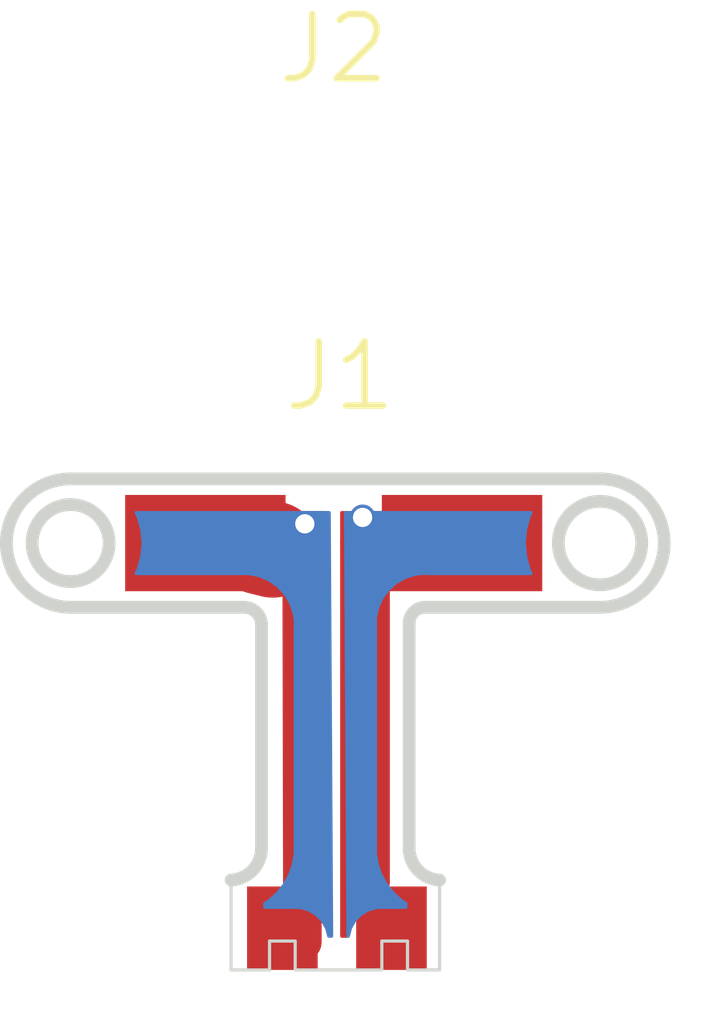
<source format=kicad_pcb>
(kicad_pcb (version 20240108) (generator "pcbnew") (generator_version "8.0")
  (layers (0 "F.Cu" signal) (31 "B.Cu" signal) (34 "B.Paste" user) (35 "F.Paste" user) (36 "B.SilkS" user "B.Silkscreen") (37 "F.SilkS" user "F.Silkscreen") (38 "B.Mask" user) (39 "F.Mask" user) (44 "Edge.Cuts" user))
  (net 0 "")
  (net 1 "GND")
  (net 2 "VCC")
  (footprint "Connection:battery_conn" (layer "F.Cu") (at 133.2 98.5)
    (property "Reference" "J1" (at 0 -8.6 0) (layer "F.SilkS") (effects (font (thickness 0.1))))
    (property "Value" "~")
    (pad "1" smd rect (at -0.9 0) (size 1.1 1.3) (layers "F.Cu" "F.Paste" "F.Mask") (net 2 "VCC"))
    (pad "2" smd rect (at 0.8 0) (size 1.1 1.3) (layers "F.Cu" "F.Paste" "F.Mask") (net 1 "GND"))
  )
  (footprint "Connection:terminal" (layer "F.Cu") (at 133.1 94.5)
    (property "Reference" "J2" (at 0 -9.7 0) (layer "F.SilkS") (effects (font (thickness 0.1))))
    (property "Value" "~")
    (pad "1" smd rect (at -2 -2) (size 2.5 1.5) (layers "F.Cu" "F.Paste" "F.Mask") (net 2 "VCC"))
    (pad "2" smd rect (at 2 -2) (size 2.5 1.5) (layers "F.Cu" "F.Paste" "F.Mask") (net 1 "GND"))
  )
  (gr_line (start 132.15 92.6) (end 131.95 92.55) (stroke (width 1.5)) (layer "F.Cu") (net 2))
  (gr_line (start 132.612503 98.712501) (end 132.6 92.7) (stroke (width 0.6)) (layer "F.Cu") (net 2))
  (gr_line (start 134.275 93.75) (end 134.275 97.25) (stroke (width 0.2)) (layer "Edge.Cuts"))
  (gr_arc (start 131.975 97.25) (mid 131.837318 97.594827) (end 131.5 97.750001) (stroke (width 0.2)) (layer "Edge.Cuts"))
  (gr_line (start 134.25 98.7) (end 133.85 98.7) (stroke (width 0.05)) (layer "Edge.Cuts"))
  (gr_line (start 134.25 99.15) (end 134.25 98.7) (stroke (width 0.05)) (layer "Edge.Cuts"))
  (gr_line (start 129 93.5) (end 131.699999 93.5) (stroke (width 0.2)) (layer "Edge.Cuts"))
  (gr_line (start 132.5 99.15) (end 132.5 98.7) (stroke (width 0.05)) (layer "Edge.Cuts"))
  (gr_circle (center 137.25 92.5) (end 137.9 92.5) (stroke (width 0.2)) (fill none) (layer "Edge.Cuts"))
  (gr_line (start 134.75 99.15) (end 134.25 99.15) (stroke (width 0.05)) (layer "Edge.Cuts"))
  (gr_line (start 132.5 98.7) (end 132.1 98.7) (stroke (width 0.05)) (layer "Edge.Cuts"))
  (gr_line (start 133.85 99.15) (end 132.5 99.15) (stroke (width 0.05)) (layer "Edge.Cuts"))
  (gr_line (start 132.1 98.7) (end 132.1 99.15) (stroke (width 0.05)) (layer "Edge.Cuts"))
  (gr_arc (start 137.25 91.5) (mid 138.25 92.5) (end 137.25 93.5) (stroke (width 0.2)) (layer "Edge.Cuts"))
  (gr_line (start 129 91.5) (end 137.25 91.5) (stroke (width 0.2)) (layer "Edge.Cuts"))
  (gr_line (start 137.25 93.5) (end 134.502281 93.5) (stroke (width 0.2)) (layer "Edge.Cuts"))
  (gr_line (start 131.975 97.25) (end 131.975 93.750001) (stroke (width 0.2)) (layer "Edge.Cuts"))
  (gr_circle (center 129 92.5) (end 129.6 92.5) (stroke (width 0.2)) (fill none) (layer "Edge.Cuts"))
  (gr_arc (start 129 93.5) (mid 128 92.5) (end 129 91.5) (stroke (width 0.2)) (layer "Edge.Cuts"))
  (gr_arc (start 134.75 97.749997) (mid 134.412685 97.594825) (end 134.275 97.25) (stroke (width 0.2)) (layer "Edge.Cuts"))
  (gr_line (start 131.5 99.15) (end 131.5 97.750001) (stroke (width 0.05)) (layer "Edge.Cuts"))
  (gr_line (start 134.75 97.749997) (end 134.75 99.15) (stroke (width 0.05)) (layer "Edge.Cuts"))
  (gr_line (start 133.85 98.7) (end 133.85 99.15) (stroke (width 0.05)) (layer "Edge.Cuts"))
  (gr_line (start 132.1 99.15) (end 131.5 99.15) (stroke (width 0.05)) (layer "Edge.Cuts"))
  (gr_arc (start 131.699999 93.5) (mid 131.885825 93.571842) (end 131.975 93.750001) (stroke (width 0.2)) (layer "Edge.Cuts"))
  (gr_arc (start 134.275 93.75) (mid 134.340317 93.581069) (end 134.502281 93.5) (stroke (width 0.2)) (layer "Edge.Cuts"))
  (segment (start 133.55 93.1) (end 133.675 93.225) (width 0.2) (layer "F.Cu") (net 1))
  (segment (start 133.675 92.525) (end 133.675 92.975) (width 0.2) (layer "F.Cu") (net 1))
  (segment (start 133.675 93.225) (end 133.675 97.775) (width 0.6) (layer "F.Cu") (net 1))
  (segment (start 135.1 92.5) (end 133.7 92.5) (width 1) (layer "F.Cu") (net 1))
  (segment (start 133.7 92.5) (end 133.8 92.4) (width 0.2) (layer "F.Cu") (net 1))
  (segment (start 133.675 97.775) (end 134 98.1) (width 0.2) (layer "F.Cu") (net 1))
  (segment (start 133.6 92.6) (end 133.675 92.525) (width 0.2) (layer "F.Cu") (net 1))
  (segment (start 133.6 92.4) (end 133.6 92.6) (width 0.2) (layer "F.Cu") (net 1))
  (segment (start 133.8 92.4) (end 133.55 92.1) (width 0.2) (layer "F.Cu") (net 1))
  (segment (start 133.55 92.1) (end 133.6 92.4) (width 0.2) (layer "F.Cu") (net 1))
  (segment (start 135.35 92.5) (end 134.8 93.05) (width 0.2) (layer "F.Cu") (net 1))
  (segment (start 133.675 92.975) (end 133.55 93.1) (width 0.2) (layer "F.Cu") (net 1))
  (via (at 133.55 92.1) (size 0.4) (drill 0.3) (layers "F.Cu" "B.Cu") (net 1))
  (segment (start 131.1 92.5) (end 131.676384 92.5) (width 0.2) (layer "F.Cu") (net 2))
  (via (at 132.65 92.2) (size 0.4) (drill 0.3) (layers "F.Cu" "B.Cu") (net 2))
  (zone (net 2) (net_name "VCC") (layer "F.Cu") (connect_pads (clearance 0.05)) (min_thickness 0.05) (fill yes (thermal_gap 0.05) (thermal_bridge_width 0.05))
    (polygon (pts (xy 128.15 91.3) (xy 133.05 91.25) (xy 133.1 100) (xy 128.2 99.4) (xy 128.2 91.25)))
  )
  (zone (net 1) (net_name "GND") (layer "F.Cu") (priority 1) (connect_pads (clearance 0.05)) (min_thickness 0.05) (fill yes (thermal_gap 0.05) (thermal_bridge_width 0.05))
    (polygon (pts (xy 139.25 91.3) (xy 133.2 91.35) (xy 133.2 99.35) (xy 135.35 99.35)))
  )
  (zone (net 1) (net_name "GND") (layer "B.Cu") (priority 2) (connect_pads (clearance 0.05)) (min_thickness 0.05) (fill yes (thermal_gap 0.05) (thermal_bridge_width 0.05))
    (polygon (pts (xy 138.5 91.05) (xy 133.2 91.35) (xy 133.2 99.35) (xy 135.35 99.35) (xy 139.25 91.3)))
  )
  (zone (net 2) (net_name "VCC") (layer "B.Cu") (priority 3) (connect_pads (clearance 0.05)) (min_thickness 0.05) (fill yes (thermal_gap 0.05) (thermal_bridge_width 0.05))
    (polygon (pts (xy 128.2 91.25) (xy 133.05 91.25) (xy 133.1 100) (xy 128.2 99.4)))
  )
)
</source>
